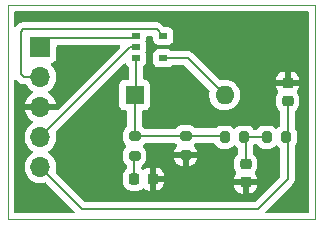
<source format=gbr>
%TF.GenerationSoftware,KiCad,Pcbnew,9.0.2*%
%TF.CreationDate,2025-07-15T11:24:56-07:00*%
%TF.ProjectId,PeakDetector_Breakout,5065616b-4465-4746-9563-746f725f4272,rev?*%
%TF.SameCoordinates,Original*%
%TF.FileFunction,Copper,L1,Top*%
%TF.FilePolarity,Positive*%
%FSLAX46Y46*%
G04 Gerber Fmt 4.6, Leading zero omitted, Abs format (unit mm)*
G04 Created by KiCad (PCBNEW 9.0.2) date 2025-07-15 11:24:56*
%MOMM*%
%LPD*%
G01*
G04 APERTURE LIST*
G04 Aperture macros list*
%AMRoundRect*
0 Rectangle with rounded corners*
0 $1 Rounding radius*
0 $2 $3 $4 $5 $6 $7 $8 $9 X,Y pos of 4 corners*
0 Add a 4 corners polygon primitive as box body*
4,1,4,$2,$3,$4,$5,$6,$7,$8,$9,$2,$3,0*
0 Add four circle primitives for the rounded corners*
1,1,$1+$1,$2,$3*
1,1,$1+$1,$4,$5*
1,1,$1+$1,$6,$7*
1,1,$1+$1,$8,$9*
0 Add four rect primitives between the rounded corners*
20,1,$1+$1,$2,$3,$4,$5,0*
20,1,$1+$1,$4,$5,$6,$7,0*
20,1,$1+$1,$6,$7,$8,$9,0*
20,1,$1+$1,$8,$9,$2,$3,0*%
G04 Aperture macros list end*
%TA.AperFunction,SMDPad,CuDef*%
%ADD10R,0.700000X0.510000*%
%TD*%
%TA.AperFunction,SMDPad,CuDef*%
%ADD11RoundRect,0.225000X-0.225000X-0.250000X0.225000X-0.250000X0.225000X0.250000X-0.225000X0.250000X0*%
%TD*%
%TA.AperFunction,SMDPad,CuDef*%
%ADD12RoundRect,0.200000X-0.275000X0.200000X-0.275000X-0.200000X0.275000X-0.200000X0.275000X0.200000X0*%
%TD*%
%TA.AperFunction,SMDPad,CuDef*%
%ADD13RoundRect,0.200000X-0.200000X-0.275000X0.200000X-0.275000X0.200000X0.275000X-0.200000X0.275000X0*%
%TD*%
%TA.AperFunction,SMDPad,CuDef*%
%ADD14RoundRect,0.225000X-0.250000X0.225000X-0.250000X-0.225000X0.250000X-0.225000X0.250000X0.225000X0*%
%TD*%
%TA.AperFunction,SMDPad,CuDef*%
%ADD15RoundRect,0.225000X0.250000X-0.225000X0.250000X0.225000X-0.250000X0.225000X-0.250000X-0.225000X0*%
%TD*%
%TA.AperFunction,ComponentPad*%
%ADD16R,1.600000X1.600000*%
%TD*%
%TA.AperFunction,ComponentPad*%
%ADD17O,1.600000X1.600000*%
%TD*%
%TA.AperFunction,ComponentPad*%
%ADD18R,1.700000X1.700000*%
%TD*%
%TA.AperFunction,ComponentPad*%
%ADD19O,1.700000X1.700000*%
%TD*%
%TA.AperFunction,ViaPad*%
%ADD20C,1.500000*%
%TD*%
%TA.AperFunction,Conductor*%
%ADD21C,0.200000*%
%TD*%
%TA.AperFunction,Profile*%
%ADD22C,0.050000*%
%TD*%
G04 APERTURE END LIST*
D10*
%TO.P,U1,1,+*%
%TO.N,/VIN*%
X140826000Y-88458000D03*
%TO.P,U1,2,V-*%
%TO.N,VSS*%
X140826000Y-89408000D03*
%TO.P,U1,3,-*%
%TO.N,/V_peak*%
X140826000Y-90358000D03*
%TO.P,U1,4,OUT*%
%TO.N,Net-(D1-A)*%
X143146000Y-90358000D03*
%TO.P,U1,5,V+*%
%TO.N,VDD*%
X143146000Y-88458000D03*
%TD*%
D11*
%TO.P,C1,1*%
%TO.N,Net-(C1-Pad1)*%
X140690000Y-100584000D03*
%TO.P,C1,2*%
%TO.N,0*%
X142240000Y-100584000D03*
%TD*%
D12*
%TO.P,R2,1*%
%TO.N,/V_peak*%
X145034000Y-96902000D03*
%TO.P,R2,2*%
%TO.N,0*%
X145034000Y-98552000D03*
%TD*%
D13*
%TO.P,R4,1*%
%TO.N,Net-(C2-Pad1)*%
X151892000Y-97028000D03*
%TO.P,R4,2*%
%TO.N,/VOUT*%
X153542000Y-97028000D03*
%TD*%
D14*
%TO.P,C2,1*%
%TO.N,Net-(C2-Pad1)*%
X150114000Y-99314000D03*
%TO.P,C2,2*%
%TO.N,0*%
X150114000Y-100864000D03*
%TD*%
D13*
%TO.P,R3,1*%
%TO.N,/V_peak*%
X148336000Y-97028000D03*
%TO.P,R3,2*%
%TO.N,Net-(C2-Pad1)*%
X149986000Y-97028000D03*
%TD*%
D12*
%TO.P,R1,1*%
%TO.N,/V_peak*%
X140716000Y-96965000D03*
%TO.P,R1,2*%
%TO.N,Net-(C1-Pad1)*%
X140716000Y-98615000D03*
%TD*%
D15*
%TO.P,C3,1*%
%TO.N,/VOUT*%
X153670000Y-93980000D03*
%TO.P,C3,2*%
%TO.N,0*%
X153670000Y-92430000D03*
%TD*%
D16*
%TO.P,D1,1,K*%
%TO.N,/V_peak*%
X140716000Y-93472000D03*
D17*
%TO.P,D1,2,A*%
%TO.N,Net-(D1-A)*%
X148336000Y-93472000D03*
%TD*%
D18*
%TO.P,J2,1,Pin_1*%
%TO.N,/VIN*%
X132752000Y-89408000D03*
D19*
%TO.P,J2,2,Pin_2*%
%TO.N,VDD*%
X132752000Y-91948000D03*
%TO.P,J2,3,Pin_3*%
%TO.N,0*%
X132752000Y-94488000D03*
%TO.P,J2,4,Pin_4*%
%TO.N,VSS*%
X132752000Y-97028000D03*
%TO.P,J2,5,Pin_5*%
%TO.N,/VOUT*%
X132752000Y-99568000D03*
%TD*%
D20*
%TO.N,0*%
X150876000Y-92202000D03*
X146304000Y-100584000D03*
X135878365Y-90750484D03*
X137160000Y-101092000D03*
%TD*%
D21*
%TO.N,Net-(C1-Pad1)*%
X140690000Y-98641000D02*
X140716000Y-98615000D01*
X140690000Y-100584000D02*
X140690000Y-98641000D01*
%TO.N,Net-(C2-Pad1)*%
X150114000Y-97156000D02*
X149986000Y-97028000D01*
X151892000Y-97028000D02*
X149986000Y-97028000D01*
X150114000Y-99314000D02*
X150114000Y-97156000D01*
%TO.N,/V_peak*%
X140826000Y-93362000D02*
X140716000Y-93472000D01*
X148210000Y-96902000D02*
X148336000Y-97028000D01*
X140716000Y-93472000D02*
X140716000Y-96965000D01*
X140826000Y-90358000D02*
X140826000Y-93362000D01*
X145034000Y-96902000D02*
X148210000Y-96902000D01*
X140716000Y-96965000D02*
X144843000Y-96965000D01*
%TO.N,Net-(D1-A)*%
X143146000Y-90358000D02*
X145222000Y-90358000D01*
X145222000Y-90358000D02*
X148336000Y-93472000D01*
%TO.N,/VOUT*%
X153670000Y-96900000D02*
X153542000Y-97028000D01*
X151130000Y-103124000D02*
X136308000Y-103124000D01*
X153542000Y-97028000D02*
X153670000Y-97156000D01*
X136308000Y-103124000D02*
X132752000Y-99568000D01*
X153670000Y-97156000D02*
X153670000Y-100584000D01*
X153670000Y-100584000D02*
X151130000Y-103124000D01*
X153670000Y-93980000D02*
X153670000Y-96900000D01*
%TO.N,/VIN*%
X140638000Y-88646000D02*
X133514000Y-88646000D01*
X140826000Y-88458000D02*
X140638000Y-88646000D01*
X133514000Y-88646000D02*
X132752000Y-89408000D01*
%TO.N,VSS*%
X140826000Y-89408000D02*
X140372000Y-89408000D01*
X140372000Y-89408000D02*
X132752000Y-97028000D01*
%TO.N,VDD*%
X131318000Y-91948000D02*
X132752000Y-91948000D01*
X143146000Y-88458000D02*
X142591000Y-87903000D01*
X131064000Y-88138000D02*
X131064000Y-91694000D01*
X131299000Y-87903000D02*
X131064000Y-88138000D01*
X131064000Y-91694000D02*
X131318000Y-91948000D01*
X142591000Y-87903000D02*
X131299000Y-87903000D01*
%TD*%
%TA.AperFunction,Conductor*%
%TO.N,0*%
G36*
X130628814Y-92158275D02*
G01*
X130642147Y-92156359D01*
X130662290Y-92165558D01*
X130683927Y-92170265D01*
X130701652Y-92183533D01*
X130705703Y-92185384D01*
X130712181Y-92191416D01*
X130833139Y-92312374D01*
X130833149Y-92312385D01*
X130837479Y-92316715D01*
X130837480Y-92316716D01*
X130949284Y-92428520D01*
X131014917Y-92466412D01*
X131036095Y-92478639D01*
X131036097Y-92478641D01*
X131086213Y-92507576D01*
X131086215Y-92507577D01*
X131238942Y-92548500D01*
X131238943Y-92548500D01*
X131466281Y-92548500D01*
X131533320Y-92568185D01*
X131576765Y-92616205D01*
X131596947Y-92655814D01*
X131596948Y-92655815D01*
X131721890Y-92827786D01*
X131872213Y-92978109D01*
X132044179Y-93103048D01*
X132044181Y-93103049D01*
X132044184Y-93103051D01*
X132053493Y-93107794D01*
X132104290Y-93155766D01*
X132121087Y-93223587D01*
X132098552Y-93289722D01*
X132053502Y-93328762D01*
X132044443Y-93333378D01*
X131872540Y-93458272D01*
X131872535Y-93458276D01*
X131722276Y-93608535D01*
X131722272Y-93608540D01*
X131597379Y-93780442D01*
X131500904Y-93969782D01*
X131435242Y-94171870D01*
X131435242Y-94171873D01*
X131424769Y-94238000D01*
X132318988Y-94238000D01*
X132286075Y-94295007D01*
X132252000Y-94422174D01*
X132252000Y-94553826D01*
X132286075Y-94680993D01*
X132318988Y-94738000D01*
X131424769Y-94738000D01*
X131435242Y-94804126D01*
X131435242Y-94804129D01*
X131500904Y-95006217D01*
X131597379Y-95195557D01*
X131722272Y-95367459D01*
X131722276Y-95367464D01*
X131872535Y-95517723D01*
X131872540Y-95517727D01*
X132044444Y-95642622D01*
X132053495Y-95647234D01*
X132104292Y-95695208D01*
X132121087Y-95763029D01*
X132098550Y-95829164D01*
X132053499Y-95868202D01*
X132044182Y-95872949D01*
X131872213Y-95997890D01*
X131721890Y-96148213D01*
X131596951Y-96320179D01*
X131500444Y-96509585D01*
X131434753Y-96711760D01*
X131401500Y-96921713D01*
X131401500Y-97134286D01*
X131426510Y-97292196D01*
X131434754Y-97344243D01*
X131470613Y-97454606D01*
X131500444Y-97546414D01*
X131596951Y-97735820D01*
X131721890Y-97907786D01*
X131872213Y-98058109D01*
X132044182Y-98183050D01*
X132052946Y-98187516D01*
X132103742Y-98235491D01*
X132120536Y-98303312D01*
X132097998Y-98369447D01*
X132052946Y-98408484D01*
X132044182Y-98412949D01*
X131872213Y-98537890D01*
X131721890Y-98688213D01*
X131596951Y-98860179D01*
X131500444Y-99049585D01*
X131434753Y-99251760D01*
X131408403Y-99418130D01*
X131401500Y-99461713D01*
X131401500Y-99674287D01*
X131403468Y-99686710D01*
X131434753Y-99884239D01*
X131434753Y-99884241D01*
X131434754Y-99884243D01*
X131492834Y-100062995D01*
X131500444Y-100086414D01*
X131596951Y-100275820D01*
X131721890Y-100447786D01*
X131872213Y-100598109D01*
X132044179Y-100723048D01*
X132044181Y-100723049D01*
X132044184Y-100723051D01*
X132233588Y-100819557D01*
X132435757Y-100885246D01*
X132645713Y-100918500D01*
X132645714Y-100918500D01*
X132858286Y-100918500D01*
X132858287Y-100918500D01*
X133068243Y-100885246D01*
X133110523Y-100871507D01*
X133180362Y-100869511D01*
X133236522Y-100901757D01*
X135614584Y-103279819D01*
X135648069Y-103341142D01*
X135643085Y-103410834D01*
X135601213Y-103466767D01*
X135535749Y-103491184D01*
X135526903Y-103491500D01*
X130624500Y-103491500D01*
X130557461Y-103471815D01*
X130511706Y-103419011D01*
X130500500Y-103367500D01*
X130500500Y-92279097D01*
X130506738Y-92257851D01*
X130508318Y-92235763D01*
X130516390Y-92224979D01*
X130520185Y-92212058D01*
X130536918Y-92197558D01*
X130550190Y-92179830D01*
X130562810Y-92175122D01*
X130572989Y-92166303D01*
X130594906Y-92163151D01*
X130615654Y-92155413D01*
X130628814Y-92158275D01*
G37*
%TD.AperFunction*%
%TA.AperFunction,Conductor*%
G36*
X155398539Y-86372185D02*
G01*
X155444294Y-86424989D01*
X155455500Y-86476500D01*
X155455500Y-103367500D01*
X155435815Y-103434539D01*
X155383011Y-103480294D01*
X155331500Y-103491500D01*
X151911097Y-103491500D01*
X151844058Y-103471815D01*
X151798303Y-103419011D01*
X151788359Y-103349853D01*
X151817384Y-103286297D01*
X151823416Y-103279819D01*
X151999632Y-103103602D01*
X154028506Y-101074727D01*
X154028511Y-101074724D01*
X154038714Y-101064520D01*
X154038716Y-101064520D01*
X154150520Y-100952716D01*
X154229577Y-100815784D01*
X154270500Y-100663057D01*
X154270500Y-97815402D01*
X154290185Y-97748363D01*
X154296887Y-97738932D01*
X154297468Y-97738189D01*
X154297469Y-97738188D01*
X154297472Y-97738185D01*
X154385478Y-97592606D01*
X154436086Y-97430196D01*
X154442500Y-97359616D01*
X154442500Y-96696384D01*
X154436086Y-96625804D01*
X154385478Y-96463394D01*
X154297472Y-96317815D01*
X154297471Y-96317814D01*
X154297468Y-96317809D01*
X154296881Y-96317060D01*
X154296622Y-96316410D01*
X154293591Y-96311396D01*
X154294425Y-96310891D01*
X154271039Y-96252145D01*
X154270500Y-96240597D01*
X154270500Y-94910424D01*
X154290185Y-94843385D01*
X154329402Y-94804886D01*
X154373044Y-94777968D01*
X154492968Y-94658044D01*
X154582003Y-94513697D01*
X154635349Y-94352708D01*
X154645500Y-94253345D01*
X154645499Y-93706656D01*
X154635349Y-93607292D01*
X154582003Y-93446303D01*
X154581999Y-93446297D01*
X154581998Y-93446294D01*
X154492970Y-93301959D01*
X154492967Y-93301955D01*
X154483339Y-93292327D01*
X154449854Y-93231004D01*
X154454838Y-93161312D01*
X154483345Y-93116959D01*
X154492573Y-93107731D01*
X154581542Y-92963492D01*
X154581547Y-92963481D01*
X154634855Y-92802606D01*
X154644999Y-92703322D01*
X154645000Y-92703309D01*
X154645000Y-92680000D01*
X152695001Y-92680000D01*
X152695001Y-92703322D01*
X152705144Y-92802607D01*
X152758452Y-92963481D01*
X152758457Y-92963492D01*
X152847424Y-93107728D01*
X152847427Y-93107732D01*
X152856660Y-93116965D01*
X152890145Y-93178288D01*
X152885161Y-93247980D01*
X152856663Y-93292324D01*
X152847033Y-93301953D01*
X152847029Y-93301959D01*
X152758001Y-93446294D01*
X152757996Y-93446305D01*
X152704651Y-93607290D01*
X152694500Y-93706647D01*
X152694500Y-94253337D01*
X152694501Y-94253355D01*
X152704650Y-94352707D01*
X152704651Y-94352710D01*
X152757996Y-94513694D01*
X152758001Y-94513705D01*
X152847029Y-94658040D01*
X152847032Y-94658044D01*
X152966956Y-94777968D01*
X153010597Y-94804886D01*
X153057321Y-94856832D01*
X153069500Y-94910424D01*
X153069500Y-96029244D01*
X153049815Y-96096283D01*
X153009651Y-96135360D01*
X152906814Y-96197528D01*
X152906810Y-96197531D01*
X152804681Y-96299661D01*
X152743358Y-96333146D01*
X152673666Y-96328162D01*
X152629319Y-96299661D01*
X152527188Y-96197530D01*
X152381606Y-96109522D01*
X152339120Y-96096283D01*
X152219196Y-96058914D01*
X152219194Y-96058913D01*
X152219192Y-96058913D01*
X152169778Y-96054423D01*
X152148616Y-96052500D01*
X151635384Y-96052500D01*
X151616145Y-96054248D01*
X151564807Y-96058913D01*
X151402393Y-96109522D01*
X151256811Y-96197530D01*
X151136530Y-96317811D01*
X151106402Y-96367650D01*
X151098467Y-96374916D01*
X151093998Y-96384703D01*
X151073150Y-96398100D01*
X151054874Y-96414838D01*
X151042719Y-96417657D01*
X151035220Y-96422477D01*
X151000285Y-96427500D01*
X150877715Y-96427500D01*
X150810676Y-96407815D01*
X150771598Y-96367650D01*
X150769694Y-96364500D01*
X150741472Y-96317815D01*
X150741470Y-96317813D01*
X150741469Y-96317811D01*
X150621188Y-96197530D01*
X150475606Y-96109522D01*
X150433120Y-96096283D01*
X150313196Y-96058914D01*
X150313194Y-96058913D01*
X150313192Y-96058913D01*
X150263778Y-96054423D01*
X150242616Y-96052500D01*
X149729384Y-96052500D01*
X149710145Y-96054248D01*
X149658807Y-96058913D01*
X149496393Y-96109522D01*
X149350811Y-96197530D01*
X149350810Y-96197531D01*
X149248681Y-96299661D01*
X149187358Y-96333146D01*
X149117666Y-96328162D01*
X149073319Y-96299661D01*
X148971188Y-96197530D01*
X148825606Y-96109522D01*
X148783120Y-96096283D01*
X148663196Y-96058914D01*
X148663194Y-96058913D01*
X148663192Y-96058913D01*
X148613778Y-96054423D01*
X148592616Y-96052500D01*
X148079384Y-96052500D01*
X148060145Y-96054248D01*
X148008807Y-96058913D01*
X147846393Y-96109522D01*
X147700813Y-96197529D01*
X147666988Y-96231355D01*
X147633160Y-96265182D01*
X147571840Y-96298666D01*
X147545481Y-96301500D01*
X145950520Y-96301500D01*
X145883481Y-96281815D01*
X145862839Y-96265181D01*
X145744188Y-96146530D01*
X145733920Y-96140323D01*
X145598606Y-96058522D01*
X145436196Y-96007914D01*
X145436194Y-96007913D01*
X145436192Y-96007913D01*
X145386778Y-96003423D01*
X145365616Y-96001500D01*
X144702384Y-96001500D01*
X144683145Y-96003248D01*
X144631807Y-96007913D01*
X144469393Y-96058522D01*
X144323811Y-96146530D01*
X144203531Y-96266810D01*
X144203528Y-96266814D01*
X144180655Y-96304651D01*
X144129127Y-96351838D01*
X144074539Y-96364500D01*
X141632520Y-96364500D01*
X141565481Y-96344815D01*
X141544839Y-96328181D01*
X141426188Y-96209530D01*
X141406336Y-96197529D01*
X141376347Y-96179399D01*
X141329162Y-96127871D01*
X141316500Y-96073284D01*
X141316500Y-94896499D01*
X141336185Y-94829460D01*
X141388989Y-94783705D01*
X141440500Y-94772499D01*
X141563871Y-94772499D01*
X141563872Y-94772499D01*
X141623483Y-94766091D01*
X141758331Y-94715796D01*
X141873546Y-94629546D01*
X141959796Y-94514331D01*
X142010091Y-94379483D01*
X142016500Y-94319873D01*
X142016499Y-92624128D01*
X142010091Y-92564517D01*
X141988853Y-92507576D01*
X141959797Y-92429671D01*
X141959793Y-92429664D01*
X141873547Y-92314455D01*
X141873544Y-92314452D01*
X141758335Y-92228206D01*
X141758328Y-92228202D01*
X141623482Y-92177908D01*
X141623483Y-92177908D01*
X141563883Y-92171501D01*
X141563881Y-92171500D01*
X141563873Y-92171500D01*
X141563865Y-92171500D01*
X141550500Y-92171500D01*
X141483461Y-92151815D01*
X141437706Y-92099011D01*
X141426500Y-92047500D01*
X141426500Y-91112749D01*
X141446185Y-91045710D01*
X141476190Y-91013482D01*
X141516598Y-90983233D01*
X141533546Y-90970546D01*
X141619796Y-90855331D01*
X141670091Y-90720483D01*
X141676500Y-90660873D01*
X141676499Y-90055128D01*
X141676499Y-90055127D01*
X142295500Y-90055127D01*
X142295500Y-90055134D01*
X142295500Y-90055135D01*
X142295500Y-90660870D01*
X142295501Y-90660876D01*
X142301908Y-90720483D01*
X142352202Y-90855328D01*
X142352206Y-90855335D01*
X142438452Y-90970544D01*
X142438455Y-90970547D01*
X142553664Y-91056793D01*
X142553671Y-91056797D01*
X142688517Y-91107091D01*
X142688516Y-91107091D01*
X142695444Y-91107835D01*
X142748127Y-91113500D01*
X143543872Y-91113499D01*
X143603483Y-91107091D01*
X143738331Y-91056796D01*
X143836598Y-90983232D01*
X143902062Y-90958816D01*
X143910909Y-90958500D01*
X144921903Y-90958500D01*
X144988942Y-90978185D01*
X145009584Y-90994819D01*
X147041922Y-93027157D01*
X147075407Y-93088480D01*
X147072173Y-93153154D01*
X147070365Y-93158717D01*
X147067522Y-93167468D01*
X147035500Y-93369648D01*
X147035500Y-93574351D01*
X147067522Y-93776534D01*
X147130781Y-93971223D01*
X147223715Y-94153613D01*
X147344028Y-94319213D01*
X147488786Y-94463971D01*
X147643749Y-94576556D01*
X147654390Y-94584287D01*
X147743212Y-94629544D01*
X147836776Y-94677218D01*
X147836778Y-94677218D01*
X147836781Y-94677220D01*
X147920371Y-94704380D01*
X148031465Y-94740477D01*
X148132557Y-94756488D01*
X148233648Y-94772500D01*
X148233649Y-94772500D01*
X148438351Y-94772500D01*
X148438352Y-94772500D01*
X148640534Y-94740477D01*
X148835219Y-94677220D01*
X149017610Y-94584287D01*
X149114774Y-94513694D01*
X149183213Y-94463971D01*
X149183215Y-94463968D01*
X149183219Y-94463966D01*
X149327966Y-94319219D01*
X149327968Y-94319215D01*
X149327971Y-94319213D01*
X149435020Y-94171870D01*
X149448287Y-94153610D01*
X149541220Y-93971219D01*
X149604477Y-93776534D01*
X149636500Y-93574352D01*
X149636500Y-93369648D01*
X149625779Y-93301959D01*
X149604477Y-93167465D01*
X149542951Y-92978109D01*
X149541220Y-92972781D01*
X149541218Y-92972778D01*
X149541218Y-92972776D01*
X149467341Y-92827786D01*
X149448287Y-92790390D01*
X149440556Y-92779749D01*
X149327971Y-92624786D01*
X149183213Y-92480028D01*
X149017613Y-92359715D01*
X149017612Y-92359714D01*
X149017610Y-92359713D01*
X148933218Y-92316713D01*
X148835223Y-92266781D01*
X148640534Y-92203522D01*
X148461220Y-92175122D01*
X148438352Y-92171500D01*
X148233648Y-92171500D01*
X148210780Y-92175122D01*
X148031468Y-92203522D01*
X148022717Y-92206365D01*
X148017154Y-92208173D01*
X147947313Y-92210167D01*
X147891157Y-92177922D01*
X147869912Y-92156677D01*
X152695000Y-92156677D01*
X152695000Y-92180000D01*
X153420000Y-92180000D01*
X153920000Y-92180000D01*
X154644999Y-92180000D01*
X154644999Y-92156692D01*
X154644998Y-92156677D01*
X154634855Y-92057392D01*
X154581547Y-91896518D01*
X154581542Y-91896507D01*
X154492575Y-91752271D01*
X154492572Y-91752267D01*
X154372732Y-91632427D01*
X154372728Y-91632424D01*
X154228492Y-91543457D01*
X154228481Y-91543452D01*
X154067606Y-91490144D01*
X153968322Y-91480000D01*
X153920000Y-91480000D01*
X153920000Y-92180000D01*
X153420000Y-92180000D01*
X153420000Y-91480000D01*
X153419999Y-91479999D01*
X153371693Y-91480000D01*
X153371675Y-91480001D01*
X153272392Y-91490144D01*
X153111518Y-91543452D01*
X153111507Y-91543457D01*
X152967271Y-91632424D01*
X152967267Y-91632427D01*
X152847427Y-91752267D01*
X152847424Y-91752271D01*
X152758457Y-91896507D01*
X152758452Y-91896518D01*
X152705144Y-92057393D01*
X152695000Y-92156677D01*
X147869912Y-92156677D01*
X145709590Y-89996355D01*
X145709588Y-89996352D01*
X145590717Y-89877481D01*
X145590716Y-89877480D01*
X145503904Y-89827360D01*
X145503904Y-89827359D01*
X145503900Y-89827358D01*
X145453785Y-89798423D01*
X145301057Y-89757499D01*
X145142943Y-89757499D01*
X145135347Y-89757499D01*
X145135331Y-89757500D01*
X143910909Y-89757500D01*
X143843870Y-89737815D01*
X143836598Y-89732767D01*
X143738330Y-89659203D01*
X143738328Y-89659202D01*
X143603482Y-89608908D01*
X143603483Y-89608908D01*
X143543883Y-89602501D01*
X143543881Y-89602500D01*
X143543873Y-89602500D01*
X143543864Y-89602500D01*
X142748129Y-89602500D01*
X142748123Y-89602501D01*
X142688516Y-89608908D01*
X142553671Y-89659202D01*
X142553664Y-89659206D01*
X142438455Y-89745452D01*
X142438452Y-89745455D01*
X142352206Y-89860664D01*
X142352202Y-89860671D01*
X142301910Y-89995513D01*
X142301909Y-89995517D01*
X142295500Y-90055127D01*
X141676499Y-90055127D01*
X141670091Y-89995517D01*
X141644285Y-89926331D01*
X141639302Y-89856642D01*
X141644287Y-89839665D01*
X141670091Y-89770483D01*
X141676500Y-89710873D01*
X141676499Y-89105128D01*
X141670091Y-89045517D01*
X141644285Y-88976331D01*
X141639302Y-88906642D01*
X141644287Y-88889665D01*
X141670090Y-88820485D01*
X141670091Y-88820483D01*
X141676500Y-88760873D01*
X141676500Y-88627500D01*
X141696185Y-88560461D01*
X141748989Y-88514706D01*
X141800500Y-88503500D01*
X142171501Y-88503500D01*
X142238540Y-88523185D01*
X142284295Y-88575989D01*
X142295501Y-88627500D01*
X142295501Y-88760876D01*
X142301908Y-88820483D01*
X142352202Y-88955328D01*
X142352206Y-88955335D01*
X142438452Y-89070544D01*
X142438455Y-89070547D01*
X142553664Y-89156793D01*
X142553671Y-89156797D01*
X142688517Y-89207091D01*
X142688516Y-89207091D01*
X142695444Y-89207835D01*
X142748127Y-89213500D01*
X143543872Y-89213499D01*
X143603483Y-89207091D01*
X143738331Y-89156796D01*
X143853546Y-89070546D01*
X143939796Y-88955331D01*
X143990091Y-88820483D01*
X143996500Y-88760873D01*
X143996499Y-88155128D01*
X143990091Y-88095517D01*
X143939796Y-87960669D01*
X143939795Y-87960668D01*
X143939793Y-87960664D01*
X143853547Y-87845455D01*
X143853544Y-87845452D01*
X143738335Y-87759206D01*
X143738328Y-87759202D01*
X143603482Y-87708908D01*
X143603483Y-87708908D01*
X143543883Y-87702501D01*
X143543881Y-87702500D01*
X143543873Y-87702500D01*
X143543865Y-87702500D01*
X143291098Y-87702500D01*
X143224059Y-87682815D01*
X143203417Y-87666181D01*
X142959717Y-87422481D01*
X142959716Y-87422480D01*
X142872904Y-87372360D01*
X142872904Y-87372359D01*
X142872900Y-87372358D01*
X142822785Y-87343423D01*
X142670057Y-87302499D01*
X142511943Y-87302499D01*
X142504347Y-87302499D01*
X142504331Y-87302500D01*
X131378057Y-87302500D01*
X131219943Y-87302500D01*
X131067215Y-87343423D01*
X131067214Y-87343423D01*
X131067212Y-87343424D01*
X131067209Y-87343425D01*
X131017096Y-87372359D01*
X131017095Y-87372360D01*
X130973689Y-87397420D01*
X130930285Y-87422479D01*
X130930282Y-87422481D01*
X130712181Y-87640583D01*
X130650858Y-87674068D01*
X130581166Y-87669084D01*
X130525233Y-87627212D01*
X130500816Y-87561748D01*
X130500500Y-87552902D01*
X130500500Y-86476500D01*
X130520185Y-86409461D01*
X130572989Y-86363706D01*
X130624500Y-86352500D01*
X155331500Y-86352500D01*
X155398539Y-86372185D01*
G37*
%TD.AperFunction*%
%TA.AperFunction,Conductor*%
G36*
X139956614Y-90775133D02*
G01*
X140012547Y-90817005D01*
X140029461Y-90847978D01*
X140032203Y-90855328D01*
X140032204Y-90855331D01*
X140109673Y-90958816D01*
X140118452Y-90970543D01*
X140118455Y-90970547D01*
X140175810Y-91013482D01*
X140217682Y-91069415D01*
X140225500Y-91112749D01*
X140225500Y-92047500D01*
X140205815Y-92114539D01*
X140153011Y-92160294D01*
X140101501Y-92171500D01*
X139868130Y-92171500D01*
X139868123Y-92171501D01*
X139808516Y-92177908D01*
X139673671Y-92228202D01*
X139673664Y-92228206D01*
X139558455Y-92314452D01*
X139558452Y-92314455D01*
X139472206Y-92429664D01*
X139472202Y-92429671D01*
X139421908Y-92564517D01*
X139415501Y-92624116D01*
X139415501Y-92624123D01*
X139415500Y-92624135D01*
X139415500Y-94319870D01*
X139415501Y-94319876D01*
X139421908Y-94379483D01*
X139472202Y-94514328D01*
X139472206Y-94514335D01*
X139558452Y-94629544D01*
X139558455Y-94629547D01*
X139673664Y-94715793D01*
X139673671Y-94715797D01*
X139718618Y-94732561D01*
X139808517Y-94766091D01*
X139868127Y-94772500D01*
X139991500Y-94772499D01*
X140058539Y-94792183D01*
X140104294Y-94844987D01*
X140115500Y-94896499D01*
X140115500Y-96073284D01*
X140095815Y-96140323D01*
X140055652Y-96179400D01*
X140005811Y-96209530D01*
X139885530Y-96329811D01*
X139797522Y-96475393D01*
X139746913Y-96637807D01*
X139740500Y-96708386D01*
X139740500Y-97221613D01*
X139746913Y-97292192D01*
X139746913Y-97292194D01*
X139746914Y-97292196D01*
X139797522Y-97454606D01*
X139870296Y-97574989D01*
X139885530Y-97600188D01*
X139987661Y-97702319D01*
X140021146Y-97763642D01*
X140016162Y-97833334D01*
X139987661Y-97877681D01*
X139885531Y-97979810D01*
X139885530Y-97979811D01*
X139797522Y-98125393D01*
X139746913Y-98287807D01*
X139740500Y-98358386D01*
X139740500Y-98871613D01*
X139746913Y-98942192D01*
X139746913Y-98942194D01*
X139746914Y-98942196D01*
X139797522Y-99104606D01*
X139885528Y-99250185D01*
X140005815Y-99370472D01*
X140029648Y-99384879D01*
X140036914Y-99392813D01*
X140046703Y-99397284D01*
X140060100Y-99418130D01*
X140076836Y-99436405D01*
X140079655Y-99448559D01*
X140084477Y-99456062D01*
X140089500Y-99490997D01*
X140089500Y-99643995D01*
X140069815Y-99711034D01*
X140030600Y-99749532D01*
X140011954Y-99761033D01*
X139892029Y-99880959D01*
X139803001Y-100025294D01*
X139802996Y-100025305D01*
X139749651Y-100186290D01*
X139739500Y-100285647D01*
X139739500Y-100882337D01*
X139739501Y-100882355D01*
X139749650Y-100981707D01*
X139749651Y-100981710D01*
X139802996Y-101142694D01*
X139803001Y-101142705D01*
X139892029Y-101287040D01*
X139892032Y-101287044D01*
X140011955Y-101406967D01*
X140011959Y-101406970D01*
X140156294Y-101495998D01*
X140156297Y-101495999D01*
X140156303Y-101496003D01*
X140317292Y-101549349D01*
X140416655Y-101559500D01*
X140963344Y-101559499D01*
X140963352Y-101559498D01*
X140963355Y-101559498D01*
X141017760Y-101553940D01*
X141062708Y-101549349D01*
X141223697Y-101496003D01*
X141368044Y-101406968D01*
X141377668Y-101397343D01*
X141438987Y-101363856D01*
X141508679Y-101368835D01*
X141553034Y-101397339D01*
X141562267Y-101406572D01*
X141562271Y-101406575D01*
X141706507Y-101495542D01*
X141706518Y-101495547D01*
X141867393Y-101548855D01*
X141966683Y-101558999D01*
X142490000Y-101558999D01*
X142513308Y-101558999D01*
X142513322Y-101558998D01*
X142612607Y-101548855D01*
X142773481Y-101495547D01*
X142773492Y-101495542D01*
X142917728Y-101406575D01*
X142917732Y-101406572D01*
X143037572Y-101286732D01*
X143037575Y-101286728D01*
X143126542Y-101142492D01*
X143126547Y-101142481D01*
X143128257Y-101137322D01*
X149139001Y-101137322D01*
X149149144Y-101236607D01*
X149202452Y-101397481D01*
X149202457Y-101397492D01*
X149291424Y-101541728D01*
X149291427Y-101541732D01*
X149411267Y-101661572D01*
X149411271Y-101661575D01*
X149555507Y-101750542D01*
X149555518Y-101750547D01*
X149716393Y-101803855D01*
X149815683Y-101813999D01*
X150364000Y-101813999D01*
X150412308Y-101813999D01*
X150412322Y-101813998D01*
X150511607Y-101803855D01*
X150672481Y-101750547D01*
X150672492Y-101750542D01*
X150816728Y-101661575D01*
X150816732Y-101661572D01*
X150936572Y-101541732D01*
X150936575Y-101541728D01*
X151025542Y-101397492D01*
X151025547Y-101397481D01*
X151078855Y-101236606D01*
X151088999Y-101137322D01*
X151089000Y-101137309D01*
X151089000Y-101114000D01*
X150364000Y-101114000D01*
X150364000Y-101813999D01*
X149815683Y-101813999D01*
X149863999Y-101813998D01*
X149864000Y-101813998D01*
X149864000Y-101114000D01*
X149139001Y-101114000D01*
X149139001Y-101137322D01*
X143128257Y-101137322D01*
X143165930Y-101023634D01*
X143165930Y-101023633D01*
X143179855Y-100981609D01*
X143179855Y-100981608D01*
X143189999Y-100882322D01*
X143190000Y-100882309D01*
X143190000Y-100834000D01*
X142490000Y-100834000D01*
X142490000Y-101558999D01*
X141966683Y-101558999D01*
X141990000Y-101558998D01*
X141990000Y-100334000D01*
X142490000Y-100334000D01*
X143189999Y-100334000D01*
X143189999Y-100285692D01*
X143189998Y-100285677D01*
X143179855Y-100186392D01*
X143126547Y-100025518D01*
X143126542Y-100025507D01*
X143037575Y-99881271D01*
X143037572Y-99881267D01*
X142917732Y-99761427D01*
X142917728Y-99761424D01*
X142773492Y-99672457D01*
X142773481Y-99672452D01*
X142612606Y-99619144D01*
X142513322Y-99609000D01*
X142490000Y-99609000D01*
X142490000Y-100334000D01*
X141990000Y-100334000D01*
X141990000Y-99608999D01*
X141966693Y-99609000D01*
X141966674Y-99609001D01*
X141867392Y-99619144D01*
X141706518Y-99672452D01*
X141706507Y-99672457D01*
X141562271Y-99761424D01*
X141562264Y-99761430D01*
X141553028Y-99770665D01*
X141552384Y-99771016D01*
X141552026Y-99771656D01*
X141521752Y-99787740D01*
X141491703Y-99804146D01*
X141490972Y-99804093D01*
X141490324Y-99804438D01*
X141456164Y-99801601D01*
X141422011Y-99799157D01*
X141421180Y-99798697D01*
X141420694Y-99798657D01*
X141418338Y-99797124D01*
X141389913Y-99781389D01*
X141383435Y-99776423D01*
X141368044Y-99761032D01*
X141344054Y-99746234D01*
X141339060Y-99742406D01*
X141322003Y-99719071D01*
X141302677Y-99697582D01*
X141301043Y-99690394D01*
X141297830Y-99685998D01*
X141297034Y-99672752D01*
X141290500Y-99643995D01*
X141290500Y-99522432D01*
X141310185Y-99455393D01*
X141350348Y-99416316D01*
X141426185Y-99370472D01*
X141546472Y-99250185D01*
X141634478Y-99104606D01*
X141685086Y-98942196D01*
X141691500Y-98871616D01*
X141691500Y-98808582D01*
X144059001Y-98808582D01*
X144065408Y-98879102D01*
X144065409Y-98879107D01*
X144115981Y-99041396D01*
X144203927Y-99186877D01*
X144324122Y-99307072D01*
X144469604Y-99395019D01*
X144469603Y-99395019D01*
X144631894Y-99445590D01*
X144631892Y-99445590D01*
X144702418Y-99451999D01*
X145284000Y-99451999D01*
X145365581Y-99451999D01*
X145436102Y-99445591D01*
X145436107Y-99445590D01*
X145598396Y-99395018D01*
X145743877Y-99307072D01*
X145864072Y-99186877D01*
X145952019Y-99041395D01*
X146002590Y-98879106D01*
X146009000Y-98808572D01*
X146009000Y-98802000D01*
X145284000Y-98802000D01*
X145284000Y-99451999D01*
X144702418Y-99451999D01*
X144783999Y-99451998D01*
X144784000Y-99451998D01*
X144784000Y-98802000D01*
X144059001Y-98802000D01*
X144059001Y-98808582D01*
X141691500Y-98808582D01*
X141691500Y-98358384D01*
X141685086Y-98287804D01*
X141634478Y-98125394D01*
X141546472Y-97979815D01*
X141546470Y-97979813D01*
X141546469Y-97979811D01*
X141444339Y-97877681D01*
X141440000Y-97869735D01*
X141432753Y-97864310D01*
X141423518Y-97839550D01*
X141410854Y-97816358D01*
X141411499Y-97807328D01*
X141408336Y-97798846D01*
X141413952Y-97773025D01*
X141415838Y-97746666D01*
X141421656Y-97737612D01*
X141423188Y-97730573D01*
X141444339Y-97702319D01*
X141544839Y-97601819D01*
X141606162Y-97568334D01*
X141632520Y-97565500D01*
X144180481Y-97565500D01*
X144247520Y-97585185D01*
X144268162Y-97601819D01*
X144306015Y-97639672D01*
X144339500Y-97700995D01*
X144334516Y-97770687D01*
X144306016Y-97815034D01*
X144203926Y-97917124D01*
X144115980Y-98062604D01*
X144065409Y-98224893D01*
X144059000Y-98295427D01*
X144059000Y-98302000D01*
X146008999Y-98302000D01*
X146008999Y-98295417D01*
X146002591Y-98224897D01*
X146002590Y-98224892D01*
X145952018Y-98062603D01*
X145864072Y-97917122D01*
X145761984Y-97815034D01*
X145757645Y-97807088D01*
X145750397Y-97801662D01*
X145741162Y-97776902D01*
X145728499Y-97753711D01*
X145729144Y-97744680D01*
X145725981Y-97736198D01*
X145731597Y-97710377D01*
X145733483Y-97684019D01*
X145739301Y-97674965D01*
X145740833Y-97667925D01*
X145761982Y-97639674D01*
X145836157Y-97565500D01*
X145862840Y-97538818D01*
X145924163Y-97505334D01*
X145950520Y-97502500D01*
X147373203Y-97502500D01*
X147440242Y-97522185D01*
X147485997Y-97574989D01*
X147491585Y-97589601D01*
X147492522Y-97592606D01*
X147575926Y-97730573D01*
X147580530Y-97738188D01*
X147700811Y-97858469D01*
X147700813Y-97858470D01*
X147700815Y-97858472D01*
X147846394Y-97946478D01*
X148008804Y-97997086D01*
X148079384Y-98003500D01*
X148079387Y-98003500D01*
X148592613Y-98003500D01*
X148592616Y-98003500D01*
X148663196Y-97997086D01*
X148825606Y-97946478D01*
X148971185Y-97858472D01*
X149014623Y-97815034D01*
X149073319Y-97756339D01*
X149134642Y-97722854D01*
X149204334Y-97727838D01*
X149248681Y-97756339D01*
X149350811Y-97858469D01*
X149350813Y-97858470D01*
X149350815Y-97858472D01*
X149447837Y-97917124D01*
X149453650Y-97920638D01*
X149500838Y-97972166D01*
X149513500Y-98026755D01*
X149513500Y-98383574D01*
X149493815Y-98450613D01*
X149454598Y-98489112D01*
X149410957Y-98516030D01*
X149291029Y-98635959D01*
X149202001Y-98780294D01*
X149201996Y-98780305D01*
X149148651Y-98941290D01*
X149138500Y-99040647D01*
X149138500Y-99587337D01*
X149138501Y-99587355D01*
X149148650Y-99686707D01*
X149148651Y-99686710D01*
X149201996Y-99847694D01*
X149202001Y-99847705D01*
X149291029Y-99992040D01*
X149291032Y-99992044D01*
X149300660Y-100001672D01*
X149334145Y-100062995D01*
X149329161Y-100132687D01*
X149300663Y-100177031D01*
X149291428Y-100186265D01*
X149291424Y-100186271D01*
X149202457Y-100330507D01*
X149202452Y-100330518D01*
X149149144Y-100491393D01*
X149139000Y-100590677D01*
X149139000Y-100614000D01*
X151088999Y-100614000D01*
X151088999Y-100590692D01*
X151088998Y-100590677D01*
X151078855Y-100491392D01*
X151025547Y-100330518D01*
X151025542Y-100330507D01*
X150936575Y-100186271D01*
X150936572Y-100186267D01*
X150927339Y-100177034D01*
X150893854Y-100115711D01*
X150898838Y-100046019D01*
X150927343Y-100001668D01*
X150936968Y-99992044D01*
X151026003Y-99847697D01*
X151079349Y-99686708D01*
X151089500Y-99587345D01*
X151089499Y-99040656D01*
X151079349Y-98941292D01*
X151026003Y-98780303D01*
X151025999Y-98780297D01*
X151025998Y-98780294D01*
X150936970Y-98635959D01*
X150936969Y-98635958D01*
X150936968Y-98635956D01*
X150817044Y-98516032D01*
X150817043Y-98516031D01*
X150817042Y-98516030D01*
X150773402Y-98489112D01*
X150726678Y-98437163D01*
X150714500Y-98383574D01*
X150714500Y-97815402D01*
X150719281Y-97798692D01*
X150719054Y-97782104D01*
X150730515Y-97759440D01*
X150733274Y-97749801D01*
X150738932Y-97740724D01*
X150741472Y-97738185D01*
X150772044Y-97687612D01*
X150772489Y-97686899D01*
X150797957Y-97664210D01*
X150823126Y-97641162D01*
X150824078Y-97640941D01*
X150824660Y-97640423D01*
X150829829Y-97639607D01*
X150877715Y-97628500D01*
X151000285Y-97628500D01*
X151067324Y-97648185D01*
X151106401Y-97688349D01*
X151135096Y-97735816D01*
X151136530Y-97738188D01*
X151256811Y-97858469D01*
X151256813Y-97858470D01*
X151256815Y-97858472D01*
X151402394Y-97946478D01*
X151564804Y-97997086D01*
X151635384Y-98003500D01*
X151635387Y-98003500D01*
X152148613Y-98003500D01*
X152148616Y-98003500D01*
X152219196Y-97997086D01*
X152381606Y-97946478D01*
X152527185Y-97858472D01*
X152570623Y-97815034D01*
X152629319Y-97756339D01*
X152690642Y-97722854D01*
X152760334Y-97727838D01*
X152804681Y-97756339D01*
X152906811Y-97858469D01*
X152906813Y-97858470D01*
X152906815Y-97858472D01*
X153003837Y-97917124D01*
X153009650Y-97920638D01*
X153056838Y-97972166D01*
X153069500Y-98026755D01*
X153069500Y-100283903D01*
X153049815Y-100350942D01*
X153033181Y-100371584D01*
X150917584Y-102487181D01*
X150856261Y-102520666D01*
X150829903Y-102523500D01*
X136608097Y-102523500D01*
X136541058Y-102503815D01*
X136520416Y-102487181D01*
X134085757Y-100052522D01*
X134052272Y-99991199D01*
X134055507Y-99926523D01*
X134069246Y-99884243D01*
X134102500Y-99674287D01*
X134102500Y-99461713D01*
X134069246Y-99251757D01*
X134003557Y-99049588D01*
X133907051Y-98860184D01*
X133907049Y-98860181D01*
X133907048Y-98860179D01*
X133782109Y-98688213D01*
X133631786Y-98537890D01*
X133459820Y-98412951D01*
X133459115Y-98412591D01*
X133451054Y-98408485D01*
X133400259Y-98360512D01*
X133383463Y-98292692D01*
X133405999Y-98226556D01*
X133451054Y-98187515D01*
X133459816Y-98183051D01*
X133539176Y-98125393D01*
X133631786Y-98058109D01*
X133631788Y-98058106D01*
X133631792Y-98058104D01*
X133782104Y-97907792D01*
X133782106Y-97907788D01*
X133782109Y-97907786D01*
X133907048Y-97735820D01*
X133907047Y-97735820D01*
X133907051Y-97735816D01*
X134003557Y-97546412D01*
X134069246Y-97344243D01*
X134102500Y-97134287D01*
X134102500Y-96921713D01*
X134069246Y-96711757D01*
X134055506Y-96669473D01*
X134053512Y-96599635D01*
X134085755Y-96543478D01*
X139825601Y-90803632D01*
X139886922Y-90770149D01*
X139956614Y-90775133D01*
G37*
%TD.AperFunction*%
%TA.AperFunction,Conductor*%
G36*
X139451942Y-89266185D02*
G01*
X139497697Y-89318989D01*
X139507641Y-89388147D01*
X139478616Y-89451703D01*
X139472584Y-89458181D01*
X134226382Y-94704380D01*
X134165059Y-94737865D01*
X134136396Y-94735815D01*
X134136396Y-94738000D01*
X133185012Y-94738000D01*
X133217925Y-94680993D01*
X133252000Y-94553826D01*
X133252000Y-94422174D01*
X133217925Y-94295007D01*
X133185012Y-94238000D01*
X134079231Y-94238000D01*
X134068757Y-94171873D01*
X134068757Y-94171870D01*
X134003095Y-93969782D01*
X133906620Y-93780442D01*
X133781727Y-93608540D01*
X133781723Y-93608535D01*
X133631464Y-93458276D01*
X133631459Y-93458272D01*
X133459555Y-93333377D01*
X133450500Y-93328763D01*
X133399706Y-93280788D01*
X133382912Y-93212966D01*
X133405451Y-93146832D01*
X133450508Y-93107793D01*
X133459816Y-93103051D01*
X133564276Y-93027157D01*
X133631786Y-92978109D01*
X133631788Y-92978106D01*
X133631792Y-92978104D01*
X133782104Y-92827792D01*
X133782106Y-92827788D01*
X133782109Y-92827786D01*
X133907048Y-92655820D01*
X133907047Y-92655820D01*
X133907051Y-92655816D01*
X134003557Y-92466412D01*
X134069246Y-92264243D01*
X134102500Y-92054287D01*
X134102500Y-91841713D01*
X134069246Y-91631757D01*
X134003557Y-91429588D01*
X133907051Y-91240184D01*
X133907049Y-91240181D01*
X133907048Y-91240179D01*
X133782109Y-91068213D01*
X133668569Y-90954673D01*
X133635084Y-90893350D01*
X133640068Y-90823658D01*
X133681940Y-90767725D01*
X133712915Y-90750810D01*
X133844331Y-90701796D01*
X133959546Y-90615546D01*
X134045796Y-90500331D01*
X134096091Y-90365483D01*
X134102500Y-90305873D01*
X134102499Y-89370499D01*
X134122183Y-89303461D01*
X134174987Y-89257706D01*
X134226499Y-89246500D01*
X139384903Y-89246500D01*
X139451942Y-89266185D01*
G37*
%TD.AperFunction*%
%TD*%
D22*
X130000000Y-85852000D02*
X155956000Y-85852000D01*
X155956000Y-103992000D01*
X130000000Y-103992000D01*
X130000000Y-85852000D01*
M02*

</source>
